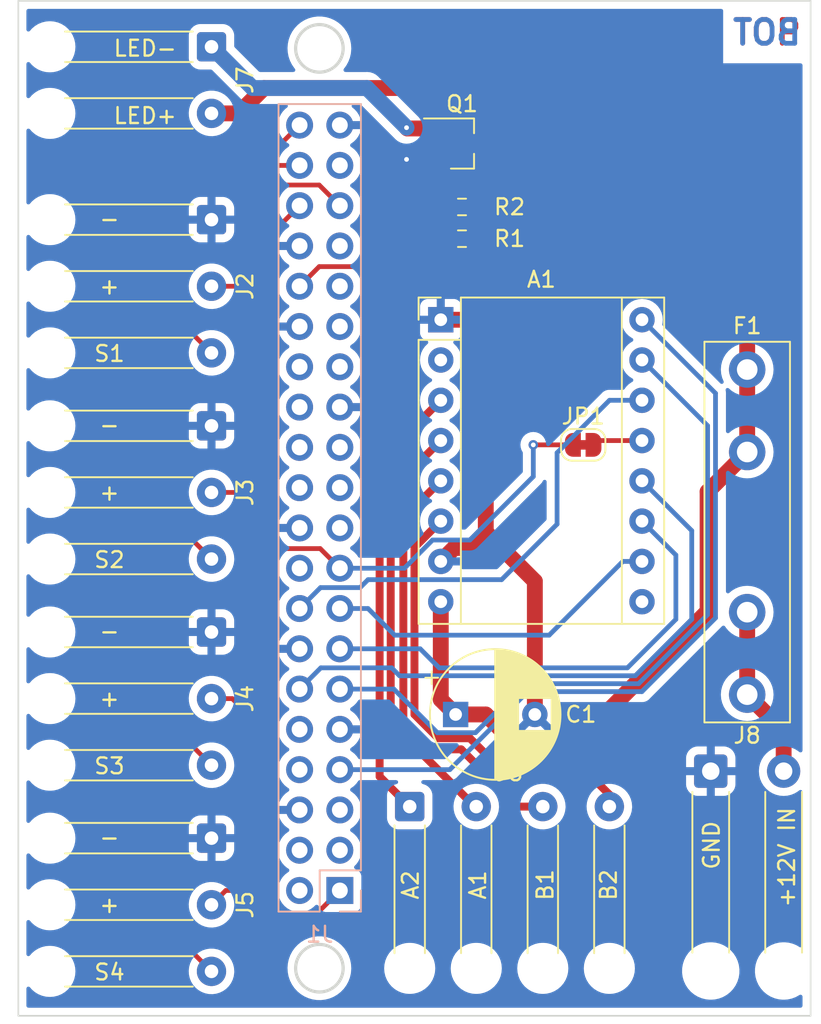
<source format=kicad_pcb>
(kicad_pcb (version 20211014) (generator pcbnew)
  (layers (0 "F.Cu" signal) (31 "B.Cu" signal) (34 "B.Paste" user) (35 "F.Paste" user) (36 "B.SilkS" user "B.Silkscreen") (37 "F.SilkS" user "F.Silkscreen") (38 "B.Mask" user) (39 "F.Mask" user) (44 "Edge.Cuts" user))
  (net 0 "")
  (net 1 "GND")
  (net 3 "Net-(A1-Pad3)")
  (net 4 "Net-(A1-Pad4)")
  (net 5 "Net-(A1-Pad5)")
  (net 6 "Net-(A1-Pad6)")
  (net 7 "+12V")
  (net 9 "/M0")
  (net 10 "/M1")
  (net 11 "/M2")
  (net 12 "Net-(A1-Pad13)")
  (net 13 "/SLP")
  (net 14 "/STEP")
  (net 15 "/DIR")
  (net 16 "Net-(F1-Pad2)")
  (net 17 "+3.3V")
  (net 35 "/LED")
  (net 37 "/S2")
  (net 38 "/S1")
  (net 40 "/S3")
  (net 41 "/S4")
  (net 42 "Net-(J7-Pad1)")
  (net 43 "Net-(Q1-Pad3)")
  (footprint "Resistor_SMD:R_0603_1608Metric_Pad0.98x0.95mm_HandSolder" (layer "F.Cu") (at 109 60 180)
    (fp_text reference "R2" (at -3 0) (layer "F.SilkS"))
    (fp_text value "10k")
    (fp_line (start -0.254724 -0.5225) (end 0.254724 -0.5225) (layer "F.SilkS") (width 0.12))
    (fp_line (start -0.254724 0.5225) (end 0.254724 0.5225) (layer "F.SilkS") (width 0.12))
    (pad "1" smd roundrect (at -0.9125 0 180) (size 0.975 0.95) (layers "F.Cu" "F.Paste" "F.Mask") (net 43 "Net-(Q1-Pad3)"))
    (pad "2" smd roundrect (at 0.9125 0 180) (size 0.975 0.95) (layers "F.Cu" "F.Paste" "F.Mask") (net 1 "GND"))
  )
  (footprint "Connector_Wire:SolderWire-0.25sqmm_1x03_P4.2mm_D0.65mm_OD1.7mm_Relief" (layer "F.Cu") (at 93.19 73.8 -90)
    (fp_text reference "J3" (at 4.2 -2.12 90) (layer "F.SilkS"))
    (fp_text value "Conn_01x03")
    (fp_line (start 5.16 1.185) (end 5.16 9.24) (layer "F.SilkS") (width 0.12))
    (fp_line (start 3.24 1.185) (end 3.24 9.24) (layer "F.SilkS") (width 0.12))
    (fp_line (start 9.36 1.185) (end 9.36 9.24) (layer "F.SilkS") (width 0.12))
    (fp_line (start -0.96 1.185) (end -0.96 9.24) (layer "F.SilkS") (width 0.12))
    (fp_line (start 0.96 1.185) (end 0.96 9.24) (layer "F.SilkS") (width 0.12))
    (fp_line (start 7.44 1.185) (end 7.44 9.24) (layer "F.SilkS") (width 0.12))
    (pad "" np_thru_hole circle (at 8.4 10.2 270) (size 2.2 2.2) (drill 2.2) (layers *.Cu *.Mask))
    (pad "" np_thru_hole circle (at 0 10.2 270) (size 2.2 2.2) (drill 2.2) (layers *.Cu *.Mask))
    (pad "" np_thru_hole circle (at 4.2 10.2 270) (size 2.2 2.2) (drill 2.2) (layers *.Cu *.Mask))
    (pad "1" thru_hole roundrect (at 0 0 270) (size 1.85 1.85) (drill 0.85) (layers *.Cu *.Mask) (roundrect_rratio 0.1351351351) (net 1 "GND"))
    (pad "2" thru_hole circle (at 4.2 0 270) (size 1.85 1.85) (drill 0.85) (layers *.Cu *.Mask) (net 17 "+3.3V"))
    (pad "3" thru_hole circle (at 8.4 0 270) (size 1.85 1.85) (drill 0.85) (layers *.Cu *.Mask) (net 37 "/S2"))
  )
  (footprint "Jumper:SolderJumper-2_P1.3mm_Bridged_RoundedPad1.0x1.5mm" (layer "F.Cu") (at 116.65 75)
    (fp_text reference "JP1" (at 0 -1.8) (layer "F.SilkS"))
    (fp_text value "Jumper_2_Bridged")
    (fp_poly (pts (xy 0.25 -0.3) (xy -0.25 -0.3) (xy -0.25 0.3) (xy 0.25 0.3)) (layer "F.Cu") (width 0) (fill solid))
    (fp_line (start 0.7 1) (end -0.7 1) (layer "F.SilkS") (width 0.12))
    (fp_line (start -0.7 -1) (end 0.7 -1) (layer "F.SilkS") (width 0.12))
    (fp_line (start 1.4 -0.3) (end 1.4 0.3) (layer "F.SilkS") (width 0.12))
    (fp_line (start -1.4 0.3) (end -1.4 -0.3) (layer "F.SilkS") (width 0.12))
    (fp_arc (start 0.7 -1) (mid 1.194975 -0.794975) (end 1.4 -0.3) (layer "F.SilkS") (width 0.12))
    (fp_arc (start -0.7 1) (mid -1.194975 0.794975) (end -1.4 0.3) (layer "F.SilkS") (width 0.12))
    (fp_arc (start -1.4 -0.3) (mid -1.194975 -0.794975) (end -0.7 -1) (layer "F.SilkS") (width 0.12))
    (fp_arc (start 1.4 0.3) (mid 1.194975 0.794975) (end 0.7 1) (layer "F.SilkS") (width 0.12))
    (pad "1" smd custom (at -0.65 0) (size 1 0.5) (layers "F.Cu" "F.Mask") (net 17 "+3.3V") (options (clearance outline) (anchor rect)) (primitives (gr_circle (center 0 0.25) (end 0.5 0.25) (width 0) (fill yes)) (gr_circle (center 0 -0.25) (end 0.5 -0.25) (width 0) (fill yes)) (gr_poly (pts (xy 0.5 0.75) (xy 0 0.75) (xy 0 -0.75) (xy 0.5 -0.75)) (width 0) (fill yes))))
    (pad "2" smd custom (at 0.65 0) (size 1 0.5) (layers "F.Cu" "F.Mask") (net 12 "Net-(A1-Pad13)") (options (clearance outline) (anchor rect)) (primitives (gr_circle (center 0 0.25) (end 0.5 0.25) (width 0) (fill yes)) (gr_circle (center 0 -0.25) (end 0.5 -0.25) (width 0) (fill yes)) (gr_poly (pts (xy 0 0.75) (xy -0.5 0.75) (xy -0.5 -0.75) (xy 0 -0.75)) (width 0) (fill yes))))
  )
  (footprint "Connector_Wire:SolderWire-0.25sqmm_1x02_P4.2mm_D0.65mm_OD1.7mm_Relief" (layer "F.Cu") (at 93.19 49.9 -90)
    (fp_text reference "J7" (at 2.1 -2.12 90) (layer "F.SilkS"))
    (fp_text value "Conn_01x02")
    (fp_line (start -0.96 1.185) (end -0.96 9.24) (layer "F.SilkS") (width 0.12))
    (fp_line (start 3.24 1.185) (end 3.24 9.24) (layer "F.SilkS") (width 0.12))
    (fp_line (start 0.96 1.185) (end 0.96 9.24) (layer "F.SilkS") (width 0.12))
    (fp_line (start 5.16 1.185) (end 5.16 9.24) (layer "F.SilkS") (width 0.12))
    (pad "" np_thru_hole circle (at 0 10.2 270) (size 2.2 2.2) (drill 2.2) (layers *.Cu *.Mask))
    (pad "" np_thru_hole circle (at 4.2 10.2 270) (size 2.2 2.2) (drill 2.2) (layers *.Cu *.Mask))
    (pad "1" thru_hole roundrect (at 0 0 270) (size 1.85 1.85) (drill 0.85) (layers *.Cu *.Mask) (roundrect_rratio 0.1351351351) (net 42 "Net-(J7-Pad1)"))
    (pad "2" thru_hole circle (at 4.2 0 270) (size 1.85 1.85) (drill 0.85) (layers *.Cu *.Mask) (net 7 "+12V"))
  )
  (footprint "Connector_Wire:SolderWire-0.25sqmm_1x03_P4.2mm_D0.65mm_OD1.7mm_Relief" (layer "F.Cu") (at 93.19 86.8 -90)
    (fp_text reference "J4" (at 4.2 -2.12 90) (layer "F.SilkS"))
    (fp_text value "Conn_01x03")
    (fp_line (start 5.16 1.185) (end 5.16 9.24) (layer "F.SilkS") (width 0.12))
    (fp_line (start -0.96 1.185) (end -0.96 9.24) (layer "F.SilkS") (width 0.12))
    (fp_line (start 3.24 1.185) (end 3.24 9.24) (layer "F.SilkS") (width 0.12))
    (fp_line (start 0.96 1.185) (end 0.96 9.24) (layer "F.SilkS") (width 0.12))
    (fp_line (start 9.36 1.185) (end 9.36 9.24) (layer "F.SilkS") (width 0.12))
    (fp_line (start 7.44 1.185) (end 7.44 9.24) (layer "F.SilkS") (width 0.12))
    (pad "" np_thru_hole circle (at 0 10.2 270) (size 2.2 2.2) (drill 2.2) (layers *.Cu *.Mask))
    (pad "" np_thru_hole circle (at 4.2 10.2 270) (size 2.2 2.2) (drill 2.2) (layers *.Cu *.Mask))
    (pad "" np_thru_hole circle (at 8.4 10.2 270) (size 2.2 2.2) (drill 2.2) (layers *.Cu *.Mask))
    (pad "1" thru_hole roundrect (at 0 0 270) (size 1.85 1.85) (drill 0.85) (layers *.Cu *.Mask) (roundrect_rratio 0.1351351351) (net 1 "GND"))
    (pad "2" thru_hole circle (at 4.2 0 270) (size 1.85 1.85) (drill 0.85) (layers *.Cu *.Mask) (net 17 "+3.3V"))
    (pad "3" thru_hole circle (at 8.4 0 270) (size 1.85 1.85) (drill 0.85) (layers *.Cu *.Mask) (net 40 "/S3"))
  )
  (footprint "Connector_Wire:SolderWire-0.25sqmm_1x04_P4.2mm_D0.65mm_OD1.7mm_Relief" (layer "F.Cu") (at 105.7 97.81)
    (fp_text reference "J6" (at 6.3 -2.12) (layer "F.SilkS"))
    (fp_text value "Conn_01x04")
    (fp_line (start 5.16 1.185) (end 5.16 9.24) (layer "F.SilkS") (width 0.12))
    (fp_line (start 3.24 1.185) (end 3.24 9.24) (layer "F.SilkS") (width 0.12))
    (fp_line (start 11.64 1.185) (end 11.64 9.24) (layer "F.SilkS") (width 0.12))
    (fp_line (start 7.44 1.185) (end 7.44 9.24) (layer "F.SilkS") (width 0.12))
    (fp_line (start 13.56 1.185) (end 13.56 9.24) (layer "F.SilkS") (width 0.12))
    (fp_line (start 9.36 1.185) (end 9.36 9.24) (layer "F.SilkS") (width 0.12))
    (fp_line (start -0.96 1.185) (end -0.96 9.24) (layer "F.SilkS") (width 0.12))
    (fp_line (start 0.96 1.185) (end 0.96 9.24) (layer "F.SilkS") (width 0.12))
    (pad "" np_thru_hole circle (at 12.6 10.2) (size 2.2 2.2) (drill 2.2) (layers *.Cu *.Mask))
    (pad "" np_thru_hole circle (at 4.2 10.2) (size 2.2 2.2) (drill 2.2) (layers *.Cu *.Mask))
    (pad "" np_thru_hole circle (at 8.4 10.2) (size 2.2 2.2) (drill 2.2) (layers *.Cu *.Mask))
    (pad "" np_thru_hole circle (at 0 10.2) (size 2.2 2.2) (drill 2.2) (layers *.Cu *.Mask))
    (pad "1" thru_hole roundrect (at 0 0) (size 1.85 1.85) (drill 0.85) (layers *.Cu *.Mask) (roundrect_rratio 0.1351351351) (net 3 "Net-(A1-Pad3)"))
    (pad "2" thru_hole circle (at 4.2 0) (size 1.85 1.85) (drill 0.85) (layers *.Cu *.Mask) (net 4 "Net-(A1-Pad4)"))
    (pad "3" thru_hole circle (at 8.4 0) (size 1.85 1.85) (drill 0.85) (layers *.Cu *.Mask) (net 5 "Net-(A1-Pad5)"))
    (pad "4" thru_hole circle (at 12.6 0) (size 1.85 1.85) (drill 0.85) (layers *.Cu *.Mask) (net 6 "Net-(A1-Pad6)"))
  )
  (footprint "Connector_Wire:SolderWire-0.25sqmm_1x03_P4.2mm_D0.65mm_OD1.7mm_Relief" (layer "F.Cu") (at 93.19 99.8 -90)
    (fp_text reference "J5" (at 4.2 -2.12 90) (layer "F.SilkS"))
    (fp_text value "Conn_01x03")
    (fp_line (start 3.24 1.185) (end 3.24 9.24) (layer "F.SilkS") (width 0.12))
    (fp_line (start 5.16 1.185) (end 5.16 9.24) (layer "F.SilkS") (width 0.12))
    (fp_line (start -0.96 1.185) (end -0.96 9.24) (layer "F.SilkS") (width 0.12))
    (fp_line (start 7.44 1.185) (end 7.44 9.24) (layer "F.SilkS") (width 0.12))
    (fp_line (start 9.36 1.185) (end 9.36 9.24) (layer "F.SilkS") (width 0.12))
    (fp_line (start 0.96 1.185) (end 0.96 9.24) (layer "F.SilkS") (width 0.12))
    (pad "" np_thru_hole circle (at 0 10.2 270) (size 2.2 2.2) (drill 2.2) (layers *.Cu *.Mask))
    (pad "" np_thru_hole circle (at 8.4 10.2 270) (size 2.2 2.2) (drill 2.2) (layers *.Cu *.Mask))
    (pad "" np_thru_hole circle (at 4.2 10.2 270) (size 2.2 2.2) (drill 2.2) (layers *.Cu *.Mask))
    (pad "1" thru_hole roundrect (at 0 0 270) (size 1.85 1.85) (drill 0.85) (layers *.Cu *.Mask) (roundrect_rratio 0.1351351351) (net 1 "GND"))
    (pad "2" thru_hole circle (at 4.2 0 270) (size 1.85 1.85) (drill 0.85) (layers *.Cu *.Mask) (net 17 "+3.3V"))
    (pad "3" thru_hole circle (at 8.4 0 270) (size 1.85 1.85) (drill 0.85) (layers *.Cu *.Mask) (net 41 "/S4"))
  )
  (footprint "Capacitor_THT:CP_Radial_D8.0mm_P5.00mm" (layer "F.Cu") (at 108.597349 92)
    (fp_text reference "C1" (at 7.902651 0) (layer "F.SilkS"))
    (fp_text value "C_Polarized")
    (fp_line (start 4.661 -3.469) (end 4.661 -1.04) (layer "F.SilkS") (width 0.12))
    (fp_line (start 3.981 -3.805) (end 3.981 -1.04) (layer "F.SilkS") (width 0.12))
    (fp_line (start 5.221 -3.055) (end 5.221 -1.04) (layer "F.SilkS") (width 0.12))
    (fp_line (start 3.381 -3.985) (end 3.381 3.985) (layer "F.SilkS") (width 0.12))
    (fp_line (start 5.861 1.04) (end 5.861 2.345) (layer "F.SilkS") (width 0.12))
    (fp_line (start 5.541 -2.741) (end 5.541 -1.04) (layer "F.SilkS") (width 0.12))
    (fp_line (start 4.221 1.04) (end 4.221 3.704) (layer "F.SilkS") (width 0.12))
    (fp_line (start 5.741 -2.505) (end 5.741 -1.04) (layer "F.SilkS") (width 0.12))
    (fp_line (start 5.261 -3.019) (end 5.261 -1.04) (layer "F.SilkS") (width 0.12))
    (fp_line (start 6.061 -2.034) (end 6.061 2.034) (layer "F.SilkS") (width 0.12))
    (fp_line (start 4.661 1.04) (end 4.661 3.469) (layer "F.SilkS") (width 0.12))
    (fp_line (start 5.941 -2.228) (end 5.941 -1.04) (layer "F.SilkS") (width 0.12))
    (fp_line (start 4.901 1.04) (end 4.901 3.309) (layer "F.SilkS") (width 0.12))
    (fp_line (start 4.101 1.04) (end 4.101 3.757) (layer "F.SilkS") (width 0.12))
    (fp_line (start 3.14 -4.03) (end 3.14 4.03) (layer "F.SilkS") (width 0.12))
    (fp_line (start 3.901 -3.835) (end 3.901 3.835) (layer "F.SilkS") (width 0.12))
    (fp_line (start 4.501 -3.562) (end 4.501 -1.04) (layer "F.SilkS") (width 0.12))
    (fp_line (start 3.06 -4.042) (end 3.06 4.042) (layer "F.SilkS") (width 0.12))
    (fp_line (start 5.901 -2.287) (end 5.901 -1.04) (layer "F.SilkS") (width 0.12))
    (fp_line (start 3.821 -3.863) (end 3.821 3.863) (layer "F.SilkS") (width 0.12))
    (fp_line (start 6.021 -2.102) (end 6.021 -1.04) (layer "F.SilkS") (width 0.12))
    (fp_line (start 5.781 -2.454) (end 5.781 -1.04) (layer "F.SilkS") (width 0.12))
    (fp_line (start 4.461 -3.584) (end 4.461 -1.04) (layer "F.SilkS") (width 0.12))
    (fp_line (start 5.301 -2.983) (end 5.301 -1.04) (layer "F.SilkS") (width 0.12))
    (fp_line (start 3.421 -3.976) (end 3.421 3.976) (layer "F.SilkS") (width 0.12))
    (fp_line (start 3.861 -3.85) (end 3.861 3.85) (layer "F.SilkS") (width 0.12))
    (fp_line (start 6.141 -1.89) (end 6.141 1.89) (layer "F.SilkS") (width 0.12))
    (fp_line (start 4.021 1.04) (end 4.021 3.79) (layer "F.SilkS") (width 0.12))
    (fp_line (start 5.701 -2.556) (end 5.701 -1.04) (layer "F.SilkS") (width 0.12))
    (fp_line (start 5.661 -2.604) (end 5.661 -1.04) (layer "F.SilkS") (width 0.12))
    (fp_line (start 3.501 -3.957) (end 3.501 3.957) (layer "F.SilkS") (width 0.12))
    (fp_line (start 5.741 1.04) (end 5.741 2.505) (layer "F.SilkS") (width 0.12))
    (fp_line (start -1.509698 -2.715) (end -1.509698 -1.915) (layer "F.SilkS") (width 0.12))
    (fp_line (start 4.701 1.04) (end 4.701 3.444) (layer "F.SilkS") (width 0.12))
    (fp_line (start -1.909698 -2.315) (end -1.109698 -2.315) (layer "F.SilkS") (width 0.12))
    (fp_line (start 3.18 -4.024) (end 3.18 4.024) (layer "F.SilkS") (width 0.12))
    (fp_line (start 3.341 -3.994) (end 3.341 3.994) (layer "F.SilkS") (width 0.12))
    (fp_line (start 4.981 1.04) (end 4.981 3.25) (layer "F.SilkS") (width 0.12))
    (fp_line (start 3.02 -4.048) (end 3.02 4.048) (layer "F.SilkS") (width 0.12))
    (fp_line (start 5.781 1.04) (end 5.781 2.454) (layer "F.SilkS") (width 0.12))
    (fp_line (start 5.381 1.04) (end 5.381 2.907) (layer "F.SilkS") (width 0.12))
    (fp_line (start 4.741 1.04) (end 4.741 3.418) (layer "F.SilkS") (width 0.12))
    (fp_line (start 5.821 -2.4) (end 5.821 -1.04) (layer "F.SilkS") (width 0.12))
    (fp_line (start 3.781 -3.877) (end 3.781 3.877) (layer "F.SilkS") (width 0.12))
    (fp_line (start 4.181 -3.722) (end 4.181 -1.04) (layer "F.SilkS") (width 0.12))
    (fp_line (start 4.101 -3.757) (end 4.101 -1.04) (layer "F.SilkS") (width 0.12))
    (fp_line (start 2.74 -4.074) (end 2.74 4.074) (layer "F.SilkS") (width 0.12))
    (fp_line (start 4.341 -3.647) (end 4.341 -1.04) (layer "F.SilkS") (width 0.12))
    (fp_line (start 4.541 1.04) (end 4.541 3.54) (layer "F.SilkS") (width 0.12))
    (fp_line (start 5.621 -2.651) (end 5.621 -1.04) (layer "F.SilkS") (width 0.12))
    (fp_line (start 5.381 -2.907) (end 5.381 -1.04) (layer "F.SilkS") (width 0.12))
    (fp_line (start 6.181 -1.813) (end 6.181 1.813) (layer "F.SilkS") (width 0.12))
    (fp_line (start 6.021 1.04) (end 6.021 2.102) (layer "F.SilkS") (width 0.12))
    (fp_line (start 2.78 -4.071) (end 2.78 4.071) (layer "F.SilkS") (width 0.12))
    (fp_line (start 5.421 1.04) (end 5.421 2.867) (layer "F.SilkS") (width 0.12))
    (fp_line (start 4.701 -3.444) (end 4.701 -1.04) (layer "F.SilkS") (width 0.12))
    (fp_line (start 5.621 1.04) (end 5.621 2.651) (layer "F.SilkS") (width 0.12))
    (fp_line (start 5.461 1.04) (end 5.461 2.826) (layer "F.SilkS") (width 0.12))
    (fp_line (start 3.541 -3.947) (end 3.541 3.947) (layer "F.SilkS") (width 0.12))
    (fp_line (start 2.62 -4.079) (end 2.62 4.079) (layer "F.SilkS") (width 0.12))
    (fp_line (start 3.621 -3.925) (end 3.621 3.925) (layer "F.SilkS") (width 0.12))
    (fp_line (start 4.581 1.04) (end 4.581 3.517) (layer "F.SilkS") (width 0.12))
    (fp_line (start 4.301 1.04) (end 4.301 3.666) (layer "F.SilkS") (width 0.12))
    (fp_line (start 5.981 -2.166) (end 5.981 -1.04) (layer "F.SilkS") (width 0.12))
    (fp_line (start 3.461 -3.967) (end 3.461 3.967) (layer "F.SilkS") (width 0.12))
    (fp_line (start 6.341 -1.453) (end 6.341 1.453) (layer "F.SilkS") (width 0.12))
    (fp_line (start 5.501 -2.784) (end 5.501 -1.04) (layer "F.SilkS") (width 0.12))
    (fp_line (start 5.901 1.04) (end 5.901 2.287) (layer "F.SilkS") (width 0.12))
    (fp_line (start 4.821 -3.365) (end 4.821 -1.04) (layer "F.SilkS") (width 0.12))
    (fp_line (start 5.341 1.04) (end 5.341 2.945) (layer "F.SilkS") (width 0.12))
    (fp_line (start 3.661 -3.914) (end 3.661 3.914) (layer "F.SilkS") (width 0.12))
    (fp_line (start 2.82 -4.068) (end 2.82 4.068) (layer "F.SilkS") (width 0.12))
    (fp_line (start 4.501 1.04) (end 4.501 3.562) (layer "F.SilkS") (width 0.12))
    (fp_line (start 4.141 1.04) (end 4.141 3.74) (layer "F.SilkS") (width 0.12))
    (fp_line (start 4.061 -3.774) (end 4.061 -1.04) (layer "F.SilkS") (width 0.12))
    (fp_line (start 5.061 -3.189) (end 5.061 -1.04) (layer "F.SilkS") (width 0.12))
    (fp_line (start 4.381 1.04) (end 4.381 3.627) (layer "F.SilkS") (width 0.12))
    (fp_line (start 5.101 -3.156) (end 5.101 -1.04) (layer "F.SilkS") (width 0.12))
    (fp_line (start 4.781 1.04) (end 4.781 3.392) (layer "F.SilkS") (width 0.12))
    (fp_line (start 2.54 -4.08) (end 2.54 4.08) (layer "F.SilkS") (width 0.12))
    (fp_line (start 3.1 -4.037) (end 3.1 4.037) (layer "F.SilkS") (width 0.12))
    (fp_line (start 3.581 -3.936) (end 3.581 3.936) (layer "F.SilkS") (width 0.12))
    (fp_line (start 4.621 1.04) (end 4.621 3.493) (layer "F.SilkS") (width 0.12))
    (fp_line (start 4.741 -3.418) (end 4.741 -1.04) (layer "F.SilkS") (width 0.12))
    (fp_line (start 4.581 -3.517) (end 4.581 -1.04) (layer "F.SilkS") (width 0.12))
    (fp_line (start 4.261 -3.686) (end 4.261 -1.04) (layer "F.SilkS") (width 0.12))
    (fp_line (start 6.101 -1.964) (end 6.101 1.964) (layer "F.SilkS") (width 0.12))
    (fp_line (start 5.501 1.04) (end 5.501 2.784) (layer "F.SilkS") (width 0.12))
    (fp_line (start 2.98 -4.052) (end 2.98 4.052) (layer "F.SilkS") (width 0.12))
    (fp_line (start 5.181 -3.09) (end 5.181 -1.04) (layer "F.SilkS") (width 0.12))
    (fp_line (start 4.061 1.04) (end 4.061 3.774) (layer "F.SilkS") (width 0.12))
    (fp_line (start 6.301 -1.552) (end 6.301 1.552) (layer "F.SilkS") (width 0.12))
    (fp_line (start 4.941 1.04) (end 4.941 3.28) (layer "F.SilkS") (width 0.12))
    (fp_line (start 4.421 -3.606) (end 4.421 -1.04) (layer "F.SilkS") (width 0.12))
    (fp_line (start 5.061 1.04) (end 5.061 3.189) (layer "F.SilkS") (width 0.12))
    (fp_line (start 5.141 -3.124) (end 5.141 -1.04) (layer "F.SilkS") (width 0.12))
    (fp_line (start 5.221 1.04) (end 5.221 3.055) (layer "F.SilkS") (width 0.12))
    (fp_line (start 5.421 -2.867) (end 5.421 -1.04) (layer "F.SilkS") (width 0.12))
    (fp_line (start 5.021 -3.22) (end 5.021 -1.04) (layer "F.SilkS") (width 0.12))
    (fp_line (start 2.66 -4.077) (end 2.66 4.077) (layer "F.SilkS") (width 0.12))
    (fp_line (start 2.9 -4.061) (end 2.9 4.061) (layer "F.SilkS") (width 0.12))
    (fp_line (start 5.461 -2.826) (end 5.461 -1.04) (layer "F.SilkS") (width 0.12))
    (fp_line (start 2.5 -4.08) (end 2.5 4.08) (layer "F.SilkS") (width 0.12))
    (fp_line (start 5.021 1.04) (end 5.021 3.22) (layer "F.SilkS") (width 0.12))
    (fp_line (start 2.86 -4.065) (end 2.86 4.065) (layer "F.SilkS") (width 0.12))
    (fp_line (start 5.581 -2.697) (end 5.581 -1.04) (layer "F.SilkS") (width 0.12))
    (fp_line (start 6.541 -0.768) (end 6.541 0.768) (layer "F.SilkS") (width 0.12))
    (fp_line (start 4.021 -3.79) (end 4.021 -1.04) (layer "F.SilkS") (width 0.12))
    (fp_line (start 3.261 -4.01) (end 3.261 4.01) (layer "F.SilkS") (width 0.12))
    (fp_line (start 6.501 -0.948) (end 6.501 0.948) (layer "F.SilkS") (width 0.12))
    (fp_line (start 5.661 1.04) (end 5.661 2.604) (layer "F.SilkS") (width 0.12))
    (fp_line (start 5.101 1.04) (end 5.101 3.156) (layer "F.SilkS") (width 0.12))
    (fp_line (start 5.701 1.04) (end 5.701 2.556) (layer "F.SilkS") (width 0.12))
    (fp_line (start 4.261 1.04) (end 4.261 3.686) (layer "F.SilkS") (width 0.12))
    (fp_line (start 4.821 1.04) (end 4.821 3.365) (layer "F.SilkS") (width 0.12))
    (fp_line (start 4.781 -3.392) (end 4.781 -1.04) (layer "F.SilkS") (width 0.12))
    (fp_line (start 2.94 -4.057) (end 2.94 4.057) (layer "F.SilkS") (width 0.12))
    (fp_line (start 4.941 -3.28) (end 4.941 -1.04) (layer "F.SilkS") (width 0.12))
    (fp_line (start 4.341 1.04) (end 4.341 3.647) (layer "F.SilkS") (width 0.12))
    (fp_line (start 4.901 -3.309) (end 4.901 -1.04) (layer "F.SilkS") (width 0.12))
    (fp_line (start 4.301 -3.666) (end 4.301 -1.04) (layer "F.SilkS") (width 0.12))
    (fp_line (start 5.301 1.04) (end 5.301 2.983) (layer "F.SilkS") (width 0.12))
    (fp_line (start 4.141 -3.74) (end 4.141 -1.04) (layer "F.SilkS") (width 0.12))
    (fp_line (start 3.221 -4.017) (end 3.221 4.017) (layer "F.SilkS") (width 0.12))
    (fp_line (start 4.541 -3.54) (end 4.541 -1.04) (layer "F.SilkS") (width 0.12))
    (fp_line (start 4.421 1.04) (end 4.421 3.606) (layer "F.SilkS") (width 0.12))
    (fp_line (start 3.981 1.04) (end 3.981 3.805) (layer "F.SilkS") (width 0.12))
    (fp_line (start 6.461 -1.098) (end 6.461 1.098) (layer "F.SilkS") (width 0.12))
    (fp_line (start 4.861 1.04) (end 4.861 3.338) (layer "F.SilkS") (width 0.12))
    (fp_line (start 3.941 -3.821) (end 3.941 3.821) (layer "F.SilkS") (width 0.12))
    (fp_line (start 2.58 -4.08) (end 2.58 4.08) (layer "F.SilkS") (width 0.12))
    (fp_line (start 6.221 -1.731) (end 6.221 1.731) (layer "F.SilkS") (width 0.12))
    (fp_line (start 5.261 1.04) (end 5.261 3.019) (layer "F.SilkS") (width 0.12))
    (fp_line (start 3.741 -3.889) (end 3.741 3.889) (layer "F.SilkS") (width 0.12))
    (fp_line (start 5.541 1.04) (end 5.541 2.741) (layer "F.SilkS") (width 0.12))
    (fp_line (start 3.701 -3.902) (end 3.701 3.902) (layer "F.SilkS") (width 0.12))
    (fp_line (start 6.261 -1.645) (end 6.261 1.645) (layer "F.SilkS") (width 0.12))
    (fp_line (start 5.181 1.04) (end 5.181 3.09) (layer "F.SilkS") (width 0.12))
    (fp_line (start 5.981 1.04) (end 5.981 2.166) (layer "F.SilkS") (width 0.12))
    (fp_line (start 6.421 -1.229) (end 6.421 1.229) (layer "F.SilkS") (width 0.12))
    (fp_line (start 4.621 -3.493) (end 4.621 -1.04) (layer "F.SilkS") (width 0.12))
    (fp_line (start 4.221 -3.704) (end 4.221 -1.04) (layer "F.SilkS") (width 0.12))
    (fp_line (start 4.181 1.04) (end 4.181 3.722) (layer "F.SilkS") (width 0.12))
    (fp_line (start 4.981 -3.25) (end 4.981 -1.04) (layer "F.SilkS") (width 0.12))
    (fp_line (start 4.381 -3.627) (end 4.381 -1.04) (layer "F.SilkS") (width 0.12))
    (fp_line (start 5.821 1.04) (end 5.821 2.4) (layer "F.SilkS") (width 0.12))
    (fp_line (start 6.381 -1.346) (end 6.381 1.346) (layer "F.SilkS") (width 0.12))
    (fp_line (start 5.581 1.04) (end 5.581 2.697) (layer "F.SilkS") (width 0.12))
    (fp_line (start 3.301 -4.002) (end 3.301 4.002) (layer "F.SilkS") (width 0.12))
    (fp_line (start 5.861 -2.345) (end 5.861 -1.04) (layer "F.SilkS") (width 0.12))
    (fp_line (start 5.341 -2.945) (end 5.341 -1.04) (layer "F.SilkS") (width 0.12))
    (fp_line (start 2.7 -4.076) (end 2.7 4.076) (layer "F.SilkS") (width 0.12))
    (fp_line (start 4.861 -3.338) (end 4.861 -1.04) (layer "F.SilkS") (width 0.12))
    (fp_line (start 5.141 1.04) (end 5.141 3.124) (layer "F.SilkS") (width 0.12))
    (fp_line (start 6.581 -0.533) (end 6.581 0.533) (layer "F.SilkS") (width 0.12))
    (fp_line (start 5.941 1.04) (end 5.941 2.228) (layer "F.SilkS") (width 0.12))
    (fp_line (start 4.461 1.04) (end 4.461 3.584) (layer "F.SilkS") (width 0.12))
    (fp_circle (center 2.5 0) (end 6.62 0) (layer "F.SilkS") (width 0.12) (fill none))
    (pad "1" thru_hole rect (at 0 0) (size 1.6 1.6) (drill 0.8) (layers *.Cu *.Mask) (net 7 "+12V"))
    (pad "2" thru_hole circle (at 5 0) (size 1.6 1.6) (drill 0.8) (layers *.Cu *.Mask) (net 1 "GND"))
  )
  (footprint "Package_TO_SOT_SMD:SOT-23_Handsoldering" (layer "F.Cu") (at 109 56)
    (fp_text reference "Q1" (at 0 -2.5) (layer "F.SilkS"))
    (fp_text value "FDN337N")
    (fp_line (start 0.76 -1.58) (end 0.76 -0.65) (layer "F.SilkS") (width 0.12))
    (fp_line (start 0.76 1.58) (end -0.7 1.58) (layer "F.SilkS") (width 0.12))
    (fp_line (start 0.76 1.58) (end 0.76 0.65) (layer "F.SilkS") (width 0.12))
    (fp_line (start 0.76 -1.58) (end -2.4 -1.58) (layer "F.SilkS") (width 0.12))
    (pad "1" smd rect (at -1.5 -0.95) (size 1.9 0.8) (layers "F.Cu" "F.Paste" "F.Mask") (net 42 "Net-(J7-Pad1)"))
    (pad "2" smd rect (at -1.5 0.95) (size 1.9 0.8) (layers "F.Cu" "F.Paste" "F.Mask") (net 1 "GND"))
    (pad "3" smd rect (at 1.5 0) (size 1.9 0.8) (layers "F.Cu" "F.Paste" "F.Mask") (net 43 "Net-(Q1-Pad3)"))
  )
  (footprint "Connector_Wire:SolderWire-0.25sqmm_1x03_P4.2mm_D0.65mm_OD1.7mm_Relief" (layer "F.Cu") (at 93.19 60.8 -90)
    (fp_text reference "J2" (at 4.2 -2.12 90) (layer "F.SilkS"))
    (fp_text value "Conn_01x03")
    (fp_line (start 0.96 1.185) (end 0.96 9.24) (layer "F.SilkS") (width 0.12))
    (fp_line (start 3.24 1.185) (end 3.24 9.24) (layer "F.SilkS") (width 0.12))
    (fp_line (start 7.44 1.185) (end 7.44 9.24) (layer "F.SilkS") (width 0.12))
    (fp_line (start 5.16 1.185) (end 5.16 9.24) (layer "F.SilkS") (width 0.12))
    (fp_line (start -0.96 1.185) (end -0.96 9.24) (layer "F.SilkS") (width 0.12))
    (fp_line (start 9.36 1.185) (end 9.36 9.24) (layer "F.SilkS") (width 0.12))
    (pad "" np_thru_hole circle (at 8.4 10.2 270) (size 2.2 2.2) (drill 2.2) (layers *.Cu *.Mask))
    (pad "" np_thru_hole circle (at 0 10.2 270) (size 2.2 2.2) (drill 2.2) (layers *.Cu *.Mask))
    (pad "" np_thru_hole circle (at 4.2 10.2 270) (size 2.2 2.2) (drill 2.2) (layers *.Cu *.Mask))
    (pad "1" thru_hole roundrect (at 0 0 270) (size 1.85 1.85) (drill 0.85) (layers *.Cu *.Mask) (roundrect_rratio 0.1351351351) (net 1 "GND"))
    (pad "2" thru_hole circle (at 4.2 0 270) (size 1.85 1.85) (drill 0.85) (layers *.Cu *.Mask) (net 17 "+3.3V"))
    (pad "3" thru_hole circle (at 8.4 0 270) (size 1.85 1.85) (drill 0.85) (layers *.Cu *.Mask) (net 38 "/S1"))
  )
  (footprint "Resistor_SMD:R_0603_1608Metric_Pad0.98x0.95mm_HandSolder" (layer "F.Cu") (at 109 62)
    (fp_text reference "R1" (at 3 0) (layer "F.SilkS"))
    (fp_text value "10")
    (fp_line (start -0.254724 0.5225) (end 0.254724 0.5225) (layer "F.SilkS") (width 0.12))
    (fp_line (start -0.254724 -0.5225) (end 0.254724 -0.5225) (layer "F.SilkS") (width 0.12))
    (pad "1" smd roundrect (at -0.9125 0) (size 0.975 0.95) (layers "F.Cu" "F.Paste" "F.Mask") (net 35 "/LED"))
    (pad "2" smd roundrect (at 0.9125 0) (size 0.975 0.95) (layers "F.Cu" "F.Paste" "F.Mask") (net 43 "Net-(Q1-Pad3)"))
  )
  (footprint "Connector_Wire:SolderWire-0.5sqmm_1x02_P4.6mm_D0.9mm_OD2.1mm_Relief" (layer "F.Cu") (at 124.7 95.575)
    (fp_text reference "J8" (at 2.3 -2.25) (layer "F.SilkS"))
    (fp_text value "Conn_01x02")
    (fp_line (start 3.44 1.31) (end 3.44 11.44) (layer "F.SilkS") (width 0.12))
    (fp_line (start 1.16 1.31) (end 1.16 11.44) (layer "F.SilkS") (width 0.12))
    (fp_line (start 5.76 1.31) (end 5.76 11.44) (layer "F.SilkS") (width 0.12))
    (fp_line (start -1.16 1.31) (end -1.16 11.44) (layer "F.SilkS") (width 0.12))
    (pad "" np_thru_hole circle (at 0 12.6) (size 2.6 2.6) (drill 2.6) (layers *.Cu *.Mask))
    (pad "" np_thru_hole circle (at 4.6 12.6) (size 2.6 2.6) (drill 2.6) (layers *.Cu *.Mask))
    (pad "1" thru_hole roundrect (at 0 0) (size 2.1 2.1) (drill 1.1) (layers *.Cu *.Mask) (roundrect_rratio 0.1190480952) (net 1 "GND"))
    (pad "2" thru_hole circle (at 4.6 0) (size 2.1 2.1) (drill 1.1) (layers *.Cu *.Mask) (net 16 "Net-(F1-Pad2)"))
  )
  (footprint "Module:Pololu_Breakout-16_15.2x20.3mm" (layer "F.Cu") (at 107.66 67.11)
    (fp_text reference "A1" (at 6.35 -2.54) (layer "F.SilkS"))
    (fp_text value "Pololu_Breakout_DRV8825")
    (fp_line (start 1.27 -1.4) (end 1.27 1.27) (layer "F.SilkS") (width 0.12))
    (fp_line (start 11.43 -1.4) (end 11.43 19.18) (layer "F.SilkS") (width 0.12))
    (fp_line (start -1.4 19.18) (end 14.1 19.18) (layer "F.SilkS") (width 0.12))
    (fp_line (start -1.4 1.27) (end -1.4 19.18) (layer "F.SilkS") (width 0.12))
    (fp_line (start 1.27 1.27) (end -1.4 1.27) (layer "F.SilkS") (width 0.12))
    (fp_line (start 1.27 1.27) (end 1.27 19.18) (layer "F.SilkS") (width 0.12))
    (fp_line (start -1.4 -1.4) (end -1.4 0) (layer "F.SilkS") (width 0.12))
    (fp_line (start 14.1 19.18) (end 14.1 -1.4) (layer "F.SilkS") (width 0.12))
    (fp_line (start 14.1 -1.4) (end 1.27 -1.4) (layer "F.SilkS") (width 0.12))
    (fp_line (start 0 -1.4) (end -1.4 -1.4) (layer "F.SilkS") (width 0.12))
    (pad "1" thru_hole rect (at 0 0) (size 1.6 1.6) (drill 0.8) (layers *.Cu *.Mask) (net 1 "GND"))
    (pad "2" thru_hole oval (at 0 2.54) (size 1.6 1.6) (drill 0.8) (layers *.Cu *.Mask))
    (pad "3" thru_hole oval (at 0 5.08) (size 1.6 1.6) (drill 0.8) (layers *.Cu *.Mask) (net 3 "Net-(A1-Pad3)"))
    (pad "4" thru_hole oval (at 0 7.62) (size 1.6 1.6) (drill 0.8) (layers *.Cu *.Mask) (net 4 "Net-(A1-Pad4)"))
    (pad "5" thru_hole oval (at 0 10.16) (size 1.6 1.6) (drill 0.8) (layers *.Cu *.Mask) (net 5 "Net-(A1-Pad5)"))
    (pad "6" thru_hole oval (at 0 12.7) (size 1.6 1.6) (drill 0.8) (layers *.Cu *.Mask) (net 6 "Net-(A1-Pad6)"))
    (pad "7" thru_hole oval (at 0 15.24) (size 1.6 1.6) (drill 0.8) (layers *.Cu *.Mask) (net 1 "GND"))
    (pad "8" thru_hole oval (at 0 17.78) (size 1.6 1.6) (drill 0.8) (layers *.Cu *.Mask) (net 7 "+12V"))
    (pad "9" thru_hole oval (at 12.7 17.78) (size 1.6 1.6) (drill 0.8) (layers *.Cu *.Mask))
    (pad "10" thru_hole oval (at 12.7 15.24) (size 1.6 1.6) (drill 0.8) (layers *.Cu *.Mask) (net 9 "/M0"))
    (pad "11" thru_hole oval (at 12.7 12.7) (size 1.6 1.6) (drill 0.8) (layers *.Cu *.Mask) (net 10 "/M1"))
    (pad "12" thru_hole oval (at 12.7 10.16) (size 1.6 1.6) (drill 0.8) (layers *.Cu *.Mask) (net 11 "/M2"))
    (pad "13" thru_hole oval (at 12.7 7.62) (size 1.6 1.6) (drill 0.8) (layers *.Cu *.Mask) (net 12 "Net-(A1-Pad13)"))
    (pad "14" thru_hole oval (at 12.7 5.08) (size 1.6 1.6) (drill 0.8) (layers *.Cu *.Mask) (net 13 "/SLP"))
    (pad "15" thru_hole oval (at 12.7 2.54) (size 1.6 1.6) (drill 0.8) (layers *.Cu *.Mask) (net 14 "/STEP"))
    (pad "16" thru_hole oval (at 12.7 0) (size 1.6 1.6) (drill 0.8) (layers *.Cu *.Mask) (net 15 "/DIR"))
  )
  (footprint "Fuse:Fuseholder_Littelfuse_445_030_series_5x20mm" (layer "F.Cu") (at 127 70.25 -90)
    (fp_text reference "F1" (at -2.75 0 unlocked) (layer "F.SilkS"))
    (fp_text value "Fuse")
    (fp_line (start 22.25 -2.7) (end 22.25 2.7) (layer "F.SilkS") (width 0.12))
    (fp_line (start -1.75 -2.7) (end 22.25 -2.7) (layer "F.SilkS") (width 0.12))
    (fp_line (start -1.75 2.7) (end -1.75 -2.7) (layer "F.SilkS") (width 0.12))
    (fp_line (start 22.25 2.7) (end -1.75 2.7) (layer "F.SilkS") (width 0.12))
    (pad "1" thru_hole circle (at 0 0 270) (size 2.3 2.3) (drill 1.3) (layers *.Cu *.Mask) (net 7 "+12V"))
    (pad "1" thru_hole circle (at 5.2 0 270) (size 2.3 2.3) (drill 1.3) (layers *.Cu *.Mask) (net 7 "+12V"))
    (pad "2" thru_hole circle (at 20.5 0 270) (size 2.3 2.3) (drill 1.3) (layers *.Cu *.Mask) (net 16 "Net-(F1-Pad2)"))
    (pad "2" thru_hole circle (at 15.3 0 270) (size 2.3 2.3) (drill 1.3) (layers *.Cu *.Mask) (net 16 "Net-(F1-Pad2)"))
  )
  (footprint "Connector_PinSocket_2.54mm:PinSocket_2x20_P2.54mm_Vertical" (layer "B.Cu") (at 101.29 103.1)
    (fp_text reference "J1" (at -1.27 2.77) (layer "B.SilkS") (effects (justify mirror)))
    (fp_text value "Raspberry_Pi_2_3")
    (fp_line (start -3.87 1.33) (end -1.27 1.33) (layer "B.SilkS") (width 0.12))
    (fp_line (start -3.87 -49.59) (end 1.33 -49.59) (layer "B.SilkS") (width 0.12))
    (fp_line (start -3.87 1.33) (end -3.87 -49.59) (layer "B.SilkS") (width 0.12))
    (fp_line (start 0 1.33) (end 1.33 1.33) (layer "B.SilkS") (width 0.12))
    (fp_line (start -1.27 -1.27) (end 1.33 -1.27) (layer "B.SilkS") (width 0.12))
    (fp_line (start -1.27 1.33) (end -1.27 -1.27) (layer "B.SilkS") (width 0.12))
    (fp_line (start 1.33 -1.27) (end 1.33 -49.59) (layer "B.SilkS") (width 0.12))
    (fp_line (start 1.33 1.33) (end 1.33 0) (layer "B.SilkS") (width 0.12))
    (pad "1" thru_hole rect (at 0 0) (size 1.7 1.7) (drill 1) (layers *.Cu *.Mask) (net 17 "+3.3V"))
    (pad "2" thru_hole oval (at -2.54 0) (size 1.7 1.7) (drill 1) (layers *.Cu *.Mask))
    (pad "3" thru_hole oval (at 0 -2.54) (size 1.7 1.7) (drill 1) (layers *.Cu *.Mask))
    (pad "4" thru_hole oval (at -2.54 -2.54) (size 1.7 1.7) (drill 1) (layers *.Cu *.Mask))
    (pad "5" thru_hole oval (at 0 -5.08) (size 1.7 1.7) (drill 1) (layers *.Cu *.Mask))
    (pad "6" thru_hole oval (at -2.54 -5.08) (size 1.7 1.7) (drill 1) (layers *.Cu *.Mask) (net 1 "GND"))
    (pad "7" thru_hole oval (at 0 -7.62) (size 1.7 1.7) (drill 1) (layers *.Cu *.Mask) (net 15 "/DIR"))
    (pad "8" thru_hole oval (at -2.54 -7.62) (size 1.7 1.7) (drill 1) (layers *.Cu *.Mask))
    (pad "9" thru_hole oval (at 0 -10.16) (size 1.7 1.7) (drill 1) (layers *.Cu *.Mask) (net 1 "GND"))
    (pad "10" thru_hole oval (at -2.54 -10.16) (size 1.7 1.7) (drill 1) (layers *.Cu *.Mask))
    (pad "11" thru_hole oval (at 0 -12.7) (size 1.7 1.7) (drill 1) (layers *.Cu *.Mask) (net 14 "/STEP"))
    (pad "12" thru_hole oval (at -2.54 -12.7) (size 1.7 1.7) (drill 1) (layers *.Cu *.Mask) (net 11 "/M2"))
    (pad "13" thru_hole oval (at 0 -15.24) (size 1.7 1.7) (drill 1) (layers *.Cu *.Mask) (net 10 "/M1"))
    (pad "14" thru_hole oval (at -2.54 -15.24) (size 1.7 1.7) (drill 1) (layers *.Cu *.Mask) (net 1 "GND"))
    (pad "15" thru_hole oval (at 0 -17.78) (size 1.7 1.7) (drill 1) (layers *.Cu *.Mask) (net 9 "/M0"))
    (pad "16" thru_hole oval (at -2.54 -17.78) (size 1.7 1.7) (drill 1) (layers *.Cu *.Mask) (net 13 "/SLP"))
    (pad "17" thru_hole oval (at 0 -20.32) (size 1.7 1.7) (drill 1) (layers *.Cu *.Mask) (net 17 "+3.3V"))
    (pad "18" thru_hole oval (at -2.54 -20.32) (size 1.7 1.7) (drill 1) (layers *.Cu *.Mask))
    (pad "19" thru_hole oval (at 0 -22.86) (size 1.7 1.7) (drill 1) (layers *.Cu *.Mask))
    (pad "20" thru_hole oval (at -2.54 -22.86) (size 1.7 1.7) (drill 1) (layers *.Cu *.Mask) (net 1 "GND"))
    (pad "21" thru_hole oval (at 0 -25.4) (size 1.7 1.7) (drill 1) (layers *.Cu *.Mask))
    (pad "22" thru_hole oval (at -2.54 -25.4) (size 1.7 1.7) (drill 1) (layers *.Cu *.Mask))
    (pad "23" thru_hole oval (at 0 -27.94) (size 1.7 1.7) (drill 1) (layers *.Cu *.Mask))
    (pad "24" thru_hole oval (at -2.54 -27.94) (size 1.7 1.7) (drill 1) (layers *.Cu *.Mask))
    (pad "25" thru_hole oval (at 0 -30.48) (size 1.7 1.7) (drill 1) (layers *.Cu *.Mask) (net 1 "GND"))
    (pad "26" thru_hole oval (at -2.54 -30.48) (size 1.7 1.7) (drill 1) (layers *.Cu *.Mask))
    (pad "27" thru_hole oval (at 0 -33.02) (size 1.7 1.7) (drill 1) (layers *.Cu *.Mask))
    (pad "28" thru_hole oval (at -2.54 -33.02) (size 1.7 1.7) (drill 1) (layers *.Cu *.Mask))
    (pad "29" thru_hole oval (at 0 -35.56) (size 1.7 1.7) (drill 1) (layers *.Cu *.Mask))
    (pad "30" thru_hole oval (at -2.54 -35.56) (size 1.7 1.7) (drill 1) (layers *.Cu *.Mask) (net 1 "GND"))
    (pad "31" thru_hole oval (at 0 -38.1) (size 1.7 1.7) (drill 1) (layers *.Cu *.Mask))
    (pad "32" thru_hole oval (at -2.54 -38.1) (size 1.7 1.7) (drill 1) (layers *.Cu *.Mask) (net 35 "/LED"))
    (pad "33" thru_hole oval (at 0 -40.64) (size 1.7 1.7) (drill 1) (layers *.Cu *.Mask))
    (pad "34" thru_hole oval (at -2.54 -40.64) (size 1.7 1.7) (drill 1) (layers *.Cu *.Mask) (net 1 "GND"))
    (pad "35" thru_hole oval (at 0 -43.18) (size 1.7 1.7) (drill 1) (layers *.Cu *.Mask) (net 37 "/S2"))
    (pad "36" thru_hole oval (at -2.54 -43.18) (size 1.7 1.7) (drill 1) (layers *.Cu *.Mask) (net 38 "/S1"))
    (pad "37" thru_hole oval (at 0 -45.72) (size 1.7 1.7) (drill 1) (layers *.Cu *.Mask))
    (pad "38" thru_hole oval (at -2.54 -45.72) (size 1.7 1.7) (drill 1) (layers *.Cu *.Mask) (net 40 "/S3"))
    (pad "39" thru_hole oval (at 0 -48.26) (size 1.7 1.7) (drill 1) (layers *.Cu *.Mask) (net 1 "GND"))
    (pad "40" thru_hole oval (at -2.54 -48.26) (size 1.7 1.7) (drill 1) (layers *.Cu *.Mask) (net 41 "/S4"))
  )
  (gr_line (start 131 47) (end 131 111) (layer "Edge.Cuts") (width 0.1))
  (gr_line (start 81 111) (end 81 47) (layer "Edge.Cuts") (width 0.1))
  (gr_circle (center 100 108) (end 101.5 108) (layer "Edge.Cuts") (width 0.2) (fill none))
  (gr_circle (center 100 50) (end 101.5 50) (layer "Edge.Cuts") (width 0.2) (fill none))
  (gr_line (start 131 111) (end 81 111) (layer "Edge.Cuts") (width 0.1))
  (gr_line (start 81 47) (end 131 47) (layer "Edge.Cuts") (width 0.1))
  (gr_text "TOP" (at 128.25 49) (layer "F.Cu") (effects (font (size 1.5 1.5) (thickness 0.3))))
  (gr_text "BOT" (at 128.25 49) (layer "B.Cu") (effects (font (size 1.5 1.5) (thickness 0.3)) (justify mirror)))
  (gr_text "-" (at 86.75 99.75) (layer "F.SilkS") (effects (font (size 1 1))))
  (gr_text "+" (at 86.75 91) (layer "F.SilkS") (effects (font (size 1 1))))
  (gr_text "-" (at 86.75 60.75) (layer "F.SilkS") (effects (font (size 1 1))))
  (gr_text "S3" (at 86.75 95.25) (layer "F.SilkS") (effects (font (size 1 1))))
  (gr_text "B1" (at 114.25 102.75 90) (layer "F.SilkS") (effects (font (size 1 1))))
  (gr_text "A1" (at 110 102.75 90) (layer "F.SilkS") (effects (font (size 1 1))))
  (gr_text "LED+" (at 89 54.25) (layer "F.SilkS") (effects (font (size 1 1))))
  (gr_text "S4" (at 86.75 108.25) (layer "F.SilkS") (effects (font (size 1 1))))
  (gr_text "-" (at 86.75 86.75) (layer "F.SilkS") (effects (font (size 1 1))))
  (gr_text "A2" (at 105.75 102.75 90) (layer "F.SilkS") (effects (font (size 1 1))))
  (gr_text "-" (at 86.75 73.75) (layer "F.SilkS") (effects (font (size 1 1))))
  (gr_text "GND" (at 124.75 100.25 90) (layer "F.SilkS") (effects (font (size 1 1))))
  (gr_text "+" (at 86.75 78) (layer "F.SilkS") (effects (font (size 1 1))))
  (gr_text "LED-" (at 89 50) (layer "F.SilkS") (effects (font (size 1 1))))
  (gr_text "B2" (at 118.25 102.75 90) (layer "F.SilkS") (effects (font (size 1 1))))
  (gr_text "+" (at 86.75 65) (layer "F.SilkS") (effects (font (size 1 1))))
  (gr_text "S2" (at 86.75 82.25) (layer "F.SilkS") (effects (font (size 1 1))))
  (gr_text "+" (at 86.75 104) (layer "F.SilkS") (effects (font (size 1 1))))
  (gr_text "+12V IN" (at 129.5 101 90) (layer "F.SilkS") (effects (font (size 1 1))))
  (gr_text "S1" (at 86.75 69.25) (layer "F.SilkS") (effects (font (size 1 1))))
  (segment (start 107.66 67.11) (end 109.11 67.11) (width 1) (layer "F.Cu") (net 1))
  (segment (start 110.5 80.5) (end 113.597349 83.597349) (width 1) (layer "F.Cu") (net 1))
  (segment (start 107.5 59.4125) (end 107.5 56.95) (width 0.3) (layer "F.Cu") (net 1))
  (segment (start 109.5 81.5) (end 108.51 81.5) (width 1) (layer "F.Cu") (net 1))
  (segment (start 105.55 56.95) (end 105.5 57) (width 1) (layer "F.Cu") (net 1))
  (segment (start 109.11 67.11) (end 110.5 68.5) (width 1) (layer "F.Cu") (net 1))
  (segment (start 113.597349 83.597349) (end 113.597349 92) (width 1) (layer "F.Cu") (net 1))
  (segment (start 108.51 81.5) (end 107.66 82.35) (width 1) (layer "F.Cu") (net 1))
  (segment (start 110.5 80.5) (end 109.5 81.5) (width 1) (layer "F.Cu") (net 1))
  (segment (start 108.0875 60) (end 107.5 59.4125) (width 0.3) (layer "F.Cu") (net 1))
  (segment (start 110.5 68.5) (end 110.5 80.5) (width 1) (layer "F.Cu") (net 1))
  (segment (start 107.5 56.95) (end 105.55 56.95) (width 1) (layer "F.Cu") (net 1))
  (via (at 105.5 57) (size 0.6) (drill 0.3) (layers "F.Cu" "B.Cu") (net 1))
  (segment (start 103.8 76.05) (end 103.8 95.91) (width 0.5) (layer "F.Cu") (net 3))
  (segment (start 103.8 95.91) (end 105.7 97.81) (width 0.5) (layer "F.Cu") (net 3))
  (segment (start 107.66 72.19) (end 103.8 76.05) (width 0.5) (layer "F.Cu") (net 3))
  (segment (start 104.5 92.5) (end 104.5 77.89) (width 0.5) (layer "F.Cu") (net 4))
  (segment (start 104.5 77.89) (end 107.66 74.73) (width 0.5) (layer "F.Cu") (net 4))
  (segment (start 109.81 97.81) (end 104.5 92.5) (width 0.5) (layer "F.Cu") (net 4))
  (segment (start 109.9 97.81) (end 109.81 97.81) (width 0.5) (layer "F.Cu") (net 4))
  (segment (start 105.3 92.3) (end 107.2 94.2) (width 0.5) (layer "F.Cu") (net 5))
  (segment (start 105.3 79.63) (end 105.3 92.3) (width 0.5) (layer "F.Cu") (net 5))
  (segment (start 112.56 97.81) (end 114.1 97.81) (width 0.5) (layer "F.Cu") (net 5))
  (segment (start 107.2 94.2) (end 108.95 94.2) (width 0.5) (layer "F.Cu") (net 5))
  (segment (start 108.95 94.2) (end 112.56 97.81) (width 0.5) (layer "F.Cu") (net 5))
  (segment (start 107.66 77.27) (end 105.3 79.63) (width 0.5) (layer "F.Cu") (net 5))
  (segment (start 118.3 97.05) (end 117.25 96) (width 0.5) (layer "F.Cu") (net 6))
  (segment (start 118.3 97.81) (end 118.3 97.05) (width 0.5) (layer "F.Cu") (net 6))
  (segment (start 109.5 93.5) (end 107.5 93.5) (width 0.5) (layer "F.Cu") (net 6))
  (segment (start 106 92) (end 106 81.47) (width 0.5) (layer "F.Cu") (net 6))
  (segment (start 106 81.47) (end 107.66 79.81) (width 0.5) (layer "F.Cu") (net 6))
  (segment (start 112 96) (end 109.5 93.5) (width 0.5) (layer "F.Cu") (net 6))
  (segment (start 117.25 96) (end 112 96) (width 0.5) (layer "F.Cu") (net 6))
  (segment (start 107.5 93.5) (end 106 92) (width 0.5) (layer "F.Cu") (net 6))
  (segment (start 94.9 54.1) (end 96.5 52.5) (width 1) (layer "F.Cu") (net 7))
  (segment (start 112.25 93.75) (end 110.5 92) (width 1) (layer "F.Cu") (net 7))
  (segment (start 124.5 77.95) (end 124.5 85.5) (width 1) (layer "F.Cu") (net 7))
  (segment (start 107.66 91.062651) (end 108.597349 92) (width 1) (layer "F.Cu") (net 7))
  (segment (start 110.5 92) (end 108.597349 92) (width 1) (layer "F.Cu") (net 7))
  (segment (start 124 52.5) (end 127 55.5) (width 1) (layer "F.Cu") (net 7))
  (segment (start 127 70.25) (end 127 75.45) (width 1) (layer "F.Cu") (net 7))
  (segment (start 93.19 54.1) (end 94.9 54.1) (width 1) (layer "F.Cu") (net 7))
  (segment (start 127 55.5) (end 127 70.25) (width 1) (layer "F.Cu") (net 7))
  (segment (start 116.25 93.75) (end 112.25 93.75) (width 1) (layer "F.Cu") (net 7))
  (segment (start 96.5 52.5) (end 124 52.5) (width 1) (layer "F.Cu") (net 7))
  (segment (start 124.5 85.5) (end 116.25 93.75) (width 1) (layer "F.Cu") (net 7))
  (segment (start 127 75.45) (end 124.5 77.95) (width 1) (layer "F.Cu") (net 7))
  (segment (start 107.66 84.89) (end 107.66 91.062651) (width 1) (layer "F.Cu") (net 7))
  (segment (start 119.15 82.35) (end 120.36 82.35) (width 0.3) (layer "B.Cu") (net 9))
  (segment (start 104.75 87) (end 114.5 87) (width 0.3) (layer "B.Cu") (net 9))
  (segment (start 114.5 87) (end 119.15 82.35) (width 0.3) (layer "B.Cu") (net 9))
  (segment (start 103.07 85.32) (end 104.75 87) (width 0.3) (layer "B.Cu") (net 9))
  (segment (start 101.29 85.32) (end 103.07 85.32) (width 0.3) (layer "B.Cu") (net 9))
  (segment (start 122.5 86) (end 119.44 89.06) (width 0.3) (layer "B.Cu") (net 10))
  (segment (start 106.36 87.86) (end 101.29 87.86) (width 0.3) (layer "B.Cu") (net 10))
  (segment (start 119.44 89.06) (end 107.56 89.06) (width 0.3) (layer "B.Cu") (net 10))
  (segment (start 122.5 81.95) (end 122.5 86) (width 0.3) (layer "B.Cu") (net 10))
  (segment (start 107.56 89.06) (end 106.36 87.86) (width 0.3) (layer "B.Cu") (net 10))
  (segment (start 120.36 79.81) (end 122.5 81.95) (width 0.3) (layer "B.Cu") (net 10))
  (segment (start 123.5 80.41) (end 120.36 77.27) (width 0.3) (layer "B.Cu") (net 11))
  (segment (start 123.5 86) (end 123.5 80.41) (width 0.3) (layer "B.Cu") (net 11))
  (segment (start 105.06 89.56) (end 119.94 89.56) (width 0.3) (layer "B.Cu") (net 11))
  (segment (start 119.94 89.56) (end 123.5 86) (width 0.3) (layer "B.Cu") (net 11))
  (segment (start 98.75 90.4) (end 100.09 89.06) (width 0.3) (layer "B.Cu") (net 11))
  (segment (start 100.09 89.06) (end 104.56 89.06) (width 0.3) (layer "B.Cu") (net 11))
  (segment (start 104.56 89.06) (end 105.06 89.56) (width 0.3) (layer "B.Cu") (net 11))
  (segment (start 117.3 75) (end 117.57 74.73) (width 0.3) (layer "F.Cu") (net 12))
  (segment (start 117.57 74.73) (end 120.36 74.73) (width 0.3) (layer "F.Cu") (net 12))
  (segment (start 103.07 83.5) (end 111.5 83.5) (width 0.3) (layer "B.Cu") (net 13))
  (segment (start 100.07 84) (end 102.57 84) (width 0.3) (layer "B.Cu") (net 13))
  (segment (start 118.31 72.19) (end 120.36 72.19) (width 0.3) (layer "B.Cu") (net 13))
  (segment (start 102.57 84) (end 103.07 83.5) (width 0.3) (layer "B.Cu") (net 13))
  (segment (start 115 80) (end 115 75.5) (width 0.3) (layer "B.Cu") (net 13))
  (segment (start 115 75.5) (end 118.31 72.19) (width 0.3) (layer "B.Cu") (net 13))
  (segment (start 98.75 85.32) (end 100.07 84) (width 0.3) (layer "B.Cu") (net 13))
  (segment (start 111.5 83.5) (end 115 80) (width 0.3) (layer "B.Cu") (net 13))
  (segment (start 120.36 69.65) (end 124.5 73.79) (width 0.3) (layer "B.Cu") (net 14))
  (segment (start 104.697349 90.4) (end 101.29 90.4) (width 0.3) (layer "B.Cu") (net 14))
  (segment (start 112.94 90.06) (end 109.85 93.15) (width 0.3) (layer "B.Cu") (net 14))
  (segment (start 107.447349 93.15) (end 104.697349 90.4) (width 0.3) (layer "B.Cu") (net 14))
  (segment (start 109.85 93.15) (end 107.447349 93.15) (width 0.3) (layer "B.Cu") (net 14))
  (segment (start 124.5 85.707106) (end 120.147106 90.06) (width 0.3) (layer "B.Cu") (net 14))
  (segment (start 124.5 73.79) (end 124.5 85.707106) (width 0.3) (layer "B.Cu") (net 14))
  (segment (start 120.147106 90.06) (end 112.94 90.06) (width 0.3) (layer "B.Cu") (net 14))
  (segment (start 120.36 67.11) (end 125 71.75) (width 0.3) (layer "B.Cu") (net 15))
  (segment (start 108.227106 95.48) (end 101.29 95.48) (width 0.3) (layer "B.Cu") (net 15))
  (segment (start 125 71.75) (end 125 85.914212) (width 0.3) (layer "B.Cu") (net 15))
  (segment (start 125 85.914212) (end 120.354212 90.56) (width 0.3) (layer "B.Cu") (net 15))
  (segment (start 113.147106 90.56) (end 108.227106 95.48) (width 0.3) (layer "B.Cu") (net 15))
  (segment (start 120.354212 90.56) (end 113.147106 90.56) (width 0.3) (layer "B.Cu") (net 15))
  (segment (start 129.3 93.05) (end 127 90.75) (width 1) (layer "F.Cu") (net 16))
  (segment (start 129.3 95.575) (end 129.3 93.05) (width 1) (layer "F.Cu") (net 16))
  (segment (start 127 85.55) (end 127 90.75) (width 1) (layer "F.Cu") (net 16))
  (segment (start 97.471077 81.541077) (end 96.5 80.57) (width 0.3) (layer "F.Cu") (net 17))
  (segment (start 101.29 82.78) (end 100.051077 81.541077) (width 0.3) (layer "F.Cu") (net 17))
  (segment (start 96.5 66) (end 96.5 78) (width 0.3) (layer "F.Cu") (net 17))
  (segment (start 97.55 104.75) (end 99.64 104.75) (width 0.3) (layer "F.Cu") (net 17))
  (segment (start 96.5 78) (end 96.5 80.57) (width 0.3) (layer "F.Cu") (net 17))
  (segment (start 94.5 91) (end 96 92.5) (width 0.3) (layer "F.Cu") (net 17))
  (segment (start 95.9 103.1) (end 94.09 103.1) (width 0.3) (layer "F.Cu") (net 17))
  (segment (start 94.09 103.1) (end 93.19 104) (width 0.3) (layer "F.Cu") (net 17))
  (segment (start 113.5 75) (end 116 75) (width 0.3) (layer "F.Cu") (net 17))
  (segment (start 93.19 65) (end 95.5 65) (width 0.3) (layer "F.Cu") (net 17))
  (segment (start 93.19 91) (end 94.5 91) (width 0.3) (layer "F.Cu") (net 17))
  (segment (start 96 92.5) (end 96 103) (width 0.3) (layer "F.Cu") (net 17))
  (segment (start 95.9 103.1) (end 97.55 104.75) (width 0.3) (layer "F.Cu") (net 17))
  (segment (start 100.051077 81.541077) (end 97.471077 81.541077) (width 0.3) (layer "F.Cu") (net 17))
  (segment (start 99.64 104.75) (end 101.29 103.1) (width 0.3) (layer "F.Cu") (net 17))
  (segment (start 96 103) (end 95.9 103.1) (width 0.3) (layer "F.Cu") (net 17))
  (segment (start 93.19 78) (end 96.5 78) (width 0.3) (layer "F.Cu") (net 17))
  (segment (start 95.5 65) (end 96.5 66) (width 0.3) (layer "F.Cu") (net 17))
  (via (at 113.5 75) (size 0.6) (drill 0.3) (layers "F.Cu" "B.Cu") (net 17))
  (segment (start 101.29 82.78) (end 105.363654 82.78) (width 0.3) (layer "B.Cu") (net 17))
  (segment (start 113.5 77) (end 113.5 75) (width 0.3) (layer "B.Cu") (net 17))
  (segment (start 105.363654 82.78) (end 107.143654 81) (width 0.3) (layer "B.Cu") (net 17))
  (segment (start 109.5 81) (end 113.5 77) (width 0.3) (layer "B.Cu") (net 17))
  (segment (start 107.143654 81) (end 109.5 81) (width 0.3) (layer "B.Cu") (net 17))
  (segment (start 104.238923 63.761077) (end 106 62) (width 0.3) (layer "F.Cu") (net 35))
  (segment (start 99.988923 63.761077) (end 104.238923 63.761077) (width 0.3) (layer "F.Cu") (net 35))
  (segment (start 98.75 65) (end 99.988923 63.761077) (width 0.3) (layer "F.Cu") (net 35))
  (segment (start 106 62) (end 108.0875 62) (width 0.3) (layer "F.Cu") (net 35))
  (segment (start 93.19 82.2) (end 91 80.01) (width 0.3) (layer "F.Cu") (net 37))
  (segment (start 99.986078 58.616078) (end 101.29 59.92) (width 0.3) (layer "F.Cu") (net 37))
  (segment (start 97.883922 58.616078) (end 99.986078 58.616078) (width 0.3) (layer "F.Cu") (net 37))
  (segment (start 91 63.75) (end 92.25 62.5) (width 0.3) (layer "F.Cu") (net 37))
  (segment (start 96.5 60) (end 97.883922 58.616078) (width 0.3) (layer "F.Cu") (net 37))
  (segment (start 96.5 61) (end 96.5 60) (width 0.3) (layer "F.Cu") (net 37))
  (segment (start 95 62.5) (end 96.5 61) (width 0.3) (layer "F.Cu") (net 37))
  (segment (start 92.25 62.5) (end 95 62.5) (width 0.3) (layer "F.Cu") (net 37))
  (segment (start 91 80.01) (end 91 63.75) (width 0.3) (layer "F.Cu") (net 37))
  (segment (start 98.75 59.92) (end 95.67 63) (width 0.3) (layer "F.Cu") (net 38))
  (segment (start 91.5 64) (end 91.5 67.51) (width 0.3) (layer "F.Cu") (net 38))
  (segment (start 92.5 63) (end 91.5 64) (width 0.3) (layer "F.Cu") (net 38))
  (segment (start 95.67 63) (end 92.5 63) (width 0.3) (layer "F.Cu") (net 38))
  (segment (start 91.5 67.51) (end 93.19 69.2) (width 0.3) (layer "F.Cu") (net 38))
  (segment (start 93.62 57.38) (end 90 61) (width 0.3) (layer "F.Cu") (net 40))
  (segment (start 91 94) (end 91.99 94) (width 0.3) (layer "F.Cu") (net 40))
  (segment (start 90 61) (end 90 93) (width 0.3) (layer "F.Cu") (net 40))
  (segment (start 98.75 57.38) (end 93.62 57.38) (width 0.3) (layer "F.Cu") (net 40))
  (segment (start 90 93) (end 91 94) (width 0.3) (layer "F.Cu") (net 40))
  (segment (start 91.99 94) (end 93.19 95.2) (width 0.3) (layer "F.Cu") (net 40))
  (segment (start 93.19 108.2) (end 89 104.01) (width 0.3) (layer "F.Cu") (net 41))
  (segment (start 98.75 54.84) (end 97.55 56.04) (width 0.3) (layer "F.Cu") (net 41))
  (segment (start 97.55 56.04) (end 92.96 56.04) (width 0.3) (layer "F.Cu") (net 41))
  (segment (start 89 104.01) (end 89 60) (width 0.3) (layer "F.Cu") (net 41))
  (segment (start 89 60) (end 92.96 56.04) (width 0.3) (layer "F.Cu") (net 41))
  (segment (start 105.55 55.05) (end 105.5 55) (width 1) (layer "F.Cu") (net 42))
  (segment (start 107.5 55.05) (end 105.55 55.05) (width 1) (layer "F.Cu") (net 42))
  (via (at 105.5 55) (size 0.6) (drill 0.3) (layers "F.Cu" "B.Cu") (net 42))
  (segment (start 105.5 55) (end 103 52.5) (width 1) (layer "B.Cu") (net 42))
  (segment (start 103 52.5) (end 95.79 52.5) (width 1) (layer "B.Cu") (net 42))
  (segment (start 95.79 52.5) (end 93.19 49.9) (width 1) (layer "B.Cu") (net 42))
  (segment (start 109.9125 58.5875) (end 109.9125 62) (width 0.3) (layer "F.Cu") (net 43))
  (segment (start 110.5 56) (end 110.5 58) (width 0.3) (layer "F.Cu") (net 43))
  (segment (start 110.5 58) (end 109.9125 58.5875) (width 0.3) (layer "F.Cu") (net 43))
  (zone (net 1) (net_name "GND") (layer "B.Cu") (connect_pads (clearance 0.508)) (min_thickness 0.254) (fill yes (thermal_gap 0.508) (thermal_bridge_width 0.508))
    (polygon (pts (xy 131 111) (xy 81 111) (xy 81 47) (xy 131 47)))
  )
)
</source>
